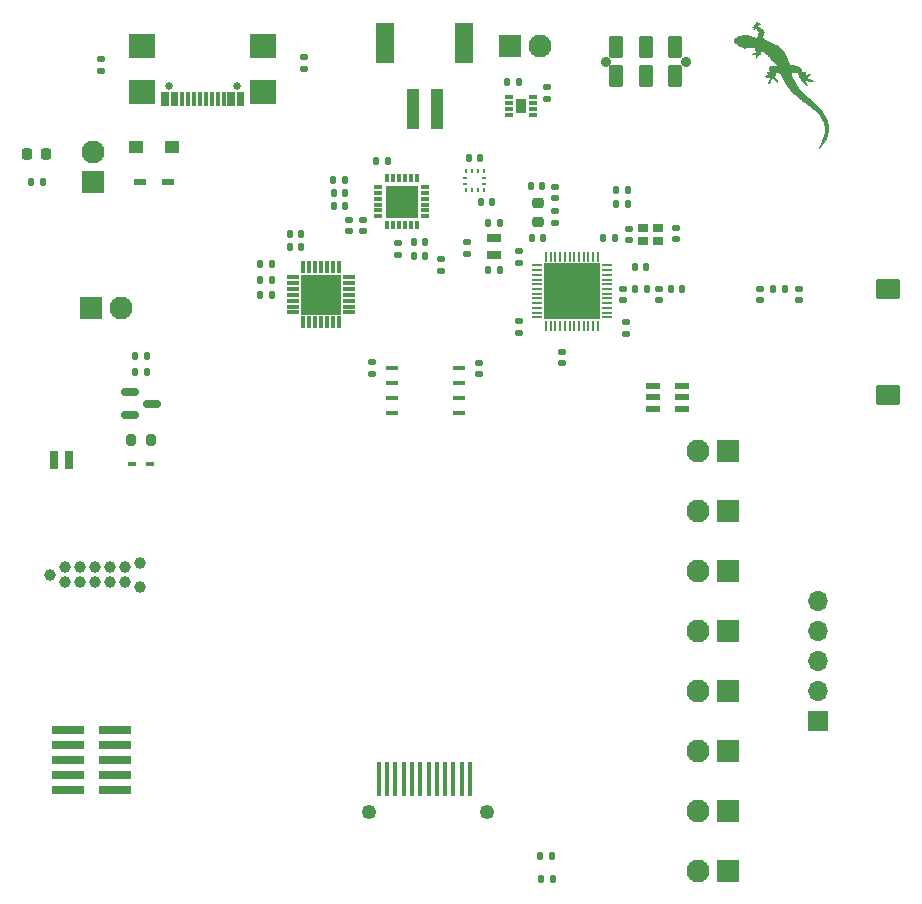
<source format=gbr>
%TF.GenerationSoftware,KiCad,Pcbnew,8.0.3*%
%TF.CreationDate,2024-06-23T22:11:50-05:00*%
%TF.ProjectId,GeckoDevelopmentBoard,4765636b-6f44-4657-9665-6c6f706d656e,rev?*%
%TF.SameCoordinates,Original*%
%TF.FileFunction,Soldermask,Top*%
%TF.FilePolarity,Negative*%
%FSLAX46Y46*%
G04 Gerber Fmt 4.6, Leading zero omitted, Abs format (unit mm)*
G04 Created by KiCad (PCBNEW 8.0.3) date 2024-06-23 22:11:50*
%MOMM*%
%LPD*%
G01*
G04 APERTURE LIST*
G04 Aperture macros list*
%AMRoundRect*
0 Rectangle with rounded corners*
0 $1 Rounding radius*
0 $2 $3 $4 $5 $6 $7 $8 $9 X,Y pos of 4 corners*
0 Add a 4 corners polygon primitive as box body*
4,1,4,$2,$3,$4,$5,$6,$7,$8,$9,$2,$3,0*
0 Add four circle primitives for the rounded corners*
1,1,$1+$1,$2,$3*
1,1,$1+$1,$4,$5*
1,1,$1+$1,$6,$7*
1,1,$1+$1,$8,$9*
0 Add four rect primitives between the rounded corners*
20,1,$1+$1,$2,$3,$4,$5,0*
20,1,$1+$1,$4,$5,$6,$7,0*
20,1,$1+$1,$6,$7,$8,$9,0*
20,1,$1+$1,$8,$9,$2,$3,0*%
G04 Aperture macros list end*
%ADD10C,0.000000*%
%ADD11R,1.240000X1.120000*%
%ADD12RoundRect,0.200000X-0.200000X-0.275000X0.200000X-0.275000X0.200000X0.275000X-0.200000X0.275000X0*%
%ADD13RoundRect,0.140000X-0.170000X0.140000X-0.170000X-0.140000X0.170000X-0.140000X0.170000X0.140000X0*%
%ADD14R,0.850000X0.750000*%
%ADD15RoundRect,0.150000X-0.587500X-0.150000X0.587500X-0.150000X0.587500X0.150000X-0.587500X0.150000X0*%
%ADD16RoundRect,0.218750X-0.218750X-0.256250X0.218750X-0.256250X0.218750X0.256250X-0.218750X0.256250X0*%
%ADD17R,0.280000X0.410000*%
%ADD18R,0.410000X0.280000*%
%ADD19R,1.700000X1.700000*%
%ADD20O,1.700000X1.700000*%
%ADD21R,1.950000X1.950000*%
%ADD22C,1.950000*%
%ADD23RoundRect,0.140000X0.170000X-0.140000X0.170000X0.140000X-0.170000X0.140000X-0.170000X-0.140000X0*%
%ADD24C,1.250000*%
%ADD25R,0.400000X3.000000*%
%ADD26RoundRect,0.140000X0.140000X0.170000X-0.140000X0.170000X-0.140000X-0.170000X0.140000X-0.170000X0*%
%ADD27RoundRect,0.135000X-0.185000X0.135000X-0.185000X-0.135000X0.185000X-0.135000X0.185000X0.135000X0*%
%ADD28RoundRect,0.135000X-0.135000X-0.185000X0.135000X-0.185000X0.135000X0.185000X-0.135000X0.185000X0*%
%ADD29RoundRect,0.218750X0.256250X-0.218750X0.256250X0.218750X-0.256250X0.218750X-0.256250X-0.218750X0*%
%ADD30R,0.750000X0.300000*%
%ADD31R,0.900000X1.300000*%
%ADD32R,1.100000X0.450000*%
%ADD33R,0.850000X0.200000*%
%ADD34R,0.200000X0.850000*%
%ADD35R,4.700000X4.700000*%
%ADD36RoundRect,0.135000X0.135000X0.185000X-0.135000X0.185000X-0.135000X-0.185000X0.135000X-0.185000X0*%
%ADD37R,0.640000X0.420000*%
%ADD38C,0.650000*%
%ADD39R,0.300000X1.150000*%
%ADD40R,2.180000X2.000000*%
%ADD41RoundRect,0.140000X-0.140000X-0.170000X0.140000X-0.170000X0.140000X0.170000X-0.140000X0.170000X0*%
%ADD42RoundRect,0.147500X-0.147500X-0.172500X0.147500X-0.172500X0.147500X0.172500X-0.147500X0.172500X0*%
%ADD43C,0.900000*%
%ADD44RoundRect,0.102000X-0.500000X-0.800000X0.500000X-0.800000X0.500000X0.800000X-0.500000X0.800000X0*%
%ADD45RoundRect,0.102000X0.500000X0.800000X-0.500000X0.800000X-0.500000X-0.800000X0.500000X-0.800000X0*%
%ADD46RoundRect,0.135000X0.185000X-0.135000X0.185000X0.135000X-0.185000X0.135000X-0.185000X-0.135000X0*%
%ADD47R,2.770000X0.650000*%
%ADD48R,0.300000X1.000000*%
%ADD49R,1.000000X0.300000*%
%ADD50R,3.350000X3.350000*%
%ADD51R,1.200000X0.550000*%
%ADD52R,1.000000X3.500000*%
%ADD53R,1.500000X3.400000*%
%ADD54R,0.800000X1.500000*%
%ADD55RoundRect,0.102000X-0.900000X0.750000X-0.900000X-0.750000X0.900000X-0.750000X0.900000X0.750000X0*%
%ADD56C,0.991000*%
%ADD57R,1.300000X0.800000*%
%ADD58R,0.800000X0.300000*%
%ADD59R,0.300000X0.800000*%
%ADD60R,2.800000X2.800000*%
%ADD61RoundRect,0.147500X0.147500X0.172500X-0.147500X0.172500X-0.147500X-0.172500X0.147500X-0.172500X0*%
%ADD62RoundRect,0.147500X-0.172500X0.147500X-0.172500X-0.147500X0.172500X-0.147500X0.172500X0.147500X0*%
%ADD63R,1.075000X0.500000*%
G04 APERTURE END LIST*
D10*
%TO.C,G\u002A\u002A\u002A*%
G36*
X120708671Y-53349121D02*
G01*
X120718427Y-53361372D01*
X120726341Y-53380067D01*
X120730419Y-53403790D01*
X120730798Y-53435338D01*
X120727610Y-53477500D01*
X120725154Y-53499781D01*
X120720257Y-53547356D01*
X120718452Y-53580625D01*
X120719727Y-53599956D01*
X120723093Y-53605677D01*
X120729825Y-53601064D01*
X120743125Y-53587898D01*
X120758098Y-53571324D01*
X120782554Y-53546161D01*
X120811513Y-53520606D01*
X120827780Y-53508086D01*
X120866729Y-53480347D01*
X120933818Y-53500462D01*
X120963989Y-53510504D01*
X120988733Y-53520593D01*
X121004414Y-53529159D01*
X121007705Y-53532352D01*
X121007522Y-53546567D01*
X120993417Y-53565121D01*
X120965727Y-53587694D01*
X120924788Y-53613967D01*
X120917963Y-53617957D01*
X120861721Y-53653533D01*
X120818608Y-53687482D01*
X120788901Y-53719416D01*
X120772884Y-53748946D01*
X120770843Y-53775681D01*
X120783053Y-53799237D01*
X120784973Y-53801302D01*
X120795109Y-53808221D01*
X120816792Y-53820624D01*
X120848055Y-53837470D01*
X120886936Y-53857717D01*
X120931468Y-53880326D01*
X120972379Y-53900659D01*
X121021746Y-53925409D01*
X121068506Y-53949691D01*
X121110363Y-53972250D01*
X121145019Y-53991823D01*
X121170181Y-54007155D01*
X121181551Y-54015210D01*
X121199492Y-54031425D01*
X121215664Y-54049912D01*
X121232602Y-54074044D01*
X121252839Y-54107192D01*
X121260342Y-54120109D01*
X121279880Y-54154742D01*
X121292941Y-54180345D01*
X121301003Y-54200610D01*
X121305549Y-54219229D01*
X121307981Y-54239053D01*
X121306419Y-54295975D01*
X121292658Y-54358905D01*
X121267159Y-54425795D01*
X121265665Y-54429033D01*
X121236581Y-54494232D01*
X121215243Y-54548752D01*
X121201218Y-54594496D01*
X121194083Y-54633364D01*
X121193407Y-54667259D01*
X121198755Y-54698083D01*
X121202334Y-54709541D01*
X121210390Y-54729604D01*
X121220596Y-54747826D01*
X121234451Y-54765468D01*
X121253462Y-54783799D01*
X121279128Y-54804077D01*
X121312950Y-54827568D01*
X121356429Y-54855535D01*
X121411069Y-54889241D01*
X121428402Y-54899778D01*
X121495619Y-54940478D01*
X121551720Y-54974210D01*
X121598383Y-55001838D01*
X121637291Y-55024228D01*
X121670122Y-55042247D01*
X121698557Y-55056759D01*
X121724275Y-55068629D01*
X121748955Y-55078721D01*
X121774277Y-55087907D01*
X121801923Y-55097045D01*
X121826025Y-55104651D01*
X121937782Y-55141540D01*
X122038161Y-55179183D01*
X122130756Y-55219248D01*
X122219164Y-55263395D01*
X122306981Y-55313290D01*
X122390707Y-55365939D01*
X122530192Y-55462538D01*
X122656437Y-55561388D01*
X122771186Y-55664054D01*
X122876185Y-55772095D01*
X122973180Y-55887068D01*
X122973438Y-55887397D01*
X123027992Y-55959298D01*
X123076610Y-56029216D01*
X123120369Y-56099337D01*
X123160338Y-56171841D01*
X123197595Y-56248904D01*
X123233216Y-56332708D01*
X123268274Y-56425434D01*
X123303842Y-56529262D01*
X123329815Y-56610331D01*
X123357746Y-56696803D01*
X123383567Y-56770679D01*
X123408106Y-56834078D01*
X123432187Y-56889117D01*
X123456637Y-56937914D01*
X123460485Y-56945005D01*
X123475439Y-56971810D01*
X123488073Y-56990992D01*
X123501336Y-57004196D01*
X123518173Y-57013060D01*
X123541532Y-57019228D01*
X123574357Y-57024344D01*
X123611177Y-57029003D01*
X123747312Y-57048183D01*
X123869874Y-57070397D01*
X123980058Y-57096041D01*
X124079061Y-57125505D01*
X124168080Y-57159186D01*
X124248308Y-57197477D01*
X124320945Y-57240772D01*
X124377143Y-57281436D01*
X124407719Y-57310364D01*
X124435666Y-57347516D01*
X124461817Y-57394456D01*
X124487002Y-57452739D01*
X124512049Y-57523928D01*
X124520309Y-57550135D01*
X124544471Y-57625921D01*
X124566096Y-57687851D01*
X124585535Y-57736797D01*
X124603137Y-57773624D01*
X124619246Y-57799203D01*
X124620637Y-57800984D01*
X124640558Y-57826004D01*
X124646503Y-57773085D01*
X124653946Y-57726262D01*
X124664638Y-57685656D01*
X124677594Y-57654353D01*
X124689592Y-57637428D01*
X124711093Y-57623676D01*
X124737920Y-57620714D01*
X124765504Y-57625786D01*
X124791719Y-57637847D01*
X124811089Y-57658779D01*
X124823893Y-57689614D01*
X124830411Y-57731382D01*
X124830920Y-57785108D01*
X124826045Y-57848650D01*
X124822916Y-57881356D01*
X124820978Y-57908393D01*
X124820433Y-57926362D01*
X124821022Y-57931776D01*
X124828809Y-57931243D01*
X124846061Y-57919870D01*
X124872285Y-57898044D01*
X124906999Y-57866162D01*
X124930387Y-57843649D01*
X124997502Y-57786022D01*
X125043078Y-57755504D01*
X125100362Y-57721419D01*
X125161896Y-57755189D01*
X125188879Y-57770237D01*
X125210344Y-57782660D01*
X125223257Y-57790680D01*
X125225604Y-57792544D01*
X125227891Y-57802947D01*
X125222860Y-57816612D01*
X125209448Y-57834909D01*
X125186590Y-57859216D01*
X125153227Y-57890916D01*
X125141455Y-57901670D01*
X125078133Y-57962240D01*
X125028407Y-58016695D01*
X124992215Y-58065130D01*
X124969495Y-58107641D01*
X124960185Y-58144316D01*
X124962865Y-58171298D01*
X124966617Y-58179857D01*
X124973543Y-58186746D01*
X124986084Y-58192973D01*
X125006683Y-58199542D01*
X125037784Y-58207457D01*
X125067705Y-58214477D01*
X125138393Y-58230963D01*
X125196501Y-58245207D01*
X125244100Y-58258206D01*
X125283257Y-58270957D01*
X125316043Y-58284461D01*
X125344526Y-58299713D01*
X125370777Y-58317712D01*
X125396862Y-58339455D01*
X125424852Y-58365942D01*
X125456817Y-58398170D01*
X125464117Y-58405645D01*
X125470981Y-58416098D01*
X125468779Y-58425416D01*
X125456252Y-58434299D01*
X125432149Y-58443447D01*
X125395211Y-58453564D01*
X125365895Y-58460495D01*
X125315451Y-58471756D01*
X125276087Y-58479377D01*
X125244284Y-58483180D01*
X125216525Y-58482984D01*
X125189289Y-58478612D01*
X125159058Y-58469882D01*
X125122317Y-58456614D01*
X125096572Y-58446744D01*
X125015323Y-58417557D01*
X124945961Y-58397278D01*
X124888513Y-58385912D01*
X124843005Y-58383457D01*
X124809470Y-58389913D01*
X124787929Y-58405280D01*
X124778415Y-58429555D01*
X124778696Y-58450146D01*
X124783421Y-58468222D01*
X124794138Y-58485001D01*
X124813044Y-58502834D01*
X124842340Y-58524069D01*
X124856984Y-58533731D01*
X124875972Y-58547750D01*
X124889887Y-58563536D01*
X124902873Y-58586282D01*
X124908664Y-58598332D01*
X124921077Y-58628460D01*
X124931295Y-58659567D01*
X124935791Y-58678301D01*
X124939629Y-58696903D01*
X124945020Y-58710714D01*
X124954683Y-58723908D01*
X124971339Y-58740659D01*
X124984270Y-58752719D01*
X125009755Y-58778323D01*
X125023269Y-58797872D01*
X125025461Y-58813428D01*
X125016975Y-58827055D01*
X125009557Y-58833324D01*
X124996109Y-58839206D01*
X124976458Y-58839540D01*
X124946962Y-58834321D01*
X124942465Y-58833294D01*
X124919361Y-58827562D01*
X124899276Y-58821195D01*
X124880829Y-58812960D01*
X124862646Y-58801620D01*
X124843349Y-58785939D01*
X124821563Y-58764681D01*
X124795911Y-58736613D01*
X124765014Y-58700496D01*
X124727498Y-58655094D01*
X124682850Y-58600240D01*
X124649818Y-58560837D01*
X124613198Y-58519296D01*
X124576829Y-58479845D01*
X124544553Y-58446719D01*
X124535831Y-58438254D01*
X124487689Y-58392112D01*
X124448902Y-58354080D01*
X124417753Y-58322156D01*
X124392516Y-58294337D01*
X124371473Y-58268619D01*
X124352900Y-58242996D01*
X124335076Y-58215467D01*
X124316282Y-58184025D01*
X124313851Y-58179843D01*
X124295374Y-58147309D01*
X124279959Y-58118115D01*
X124266227Y-58089055D01*
X124252796Y-58056919D01*
X124238285Y-58018500D01*
X124221313Y-57970591D01*
X124211479Y-57942099D01*
X124192121Y-57887357D01*
X124173367Y-57837408D01*
X124156239Y-57794820D01*
X124141755Y-57762153D01*
X124133514Y-57746176D01*
X124107090Y-57700409D01*
X123985218Y-57710612D01*
X123887020Y-57718236D01*
X123803515Y-57723431D01*
X123734732Y-57726195D01*
X123680706Y-57726529D01*
X123664807Y-57726052D01*
X123639241Y-57725566D01*
X123619742Y-57726316D01*
X123611479Y-57727824D01*
X123608552Y-57731298D01*
X123607485Y-57738678D01*
X123608580Y-57751909D01*
X123612137Y-57772936D01*
X123618452Y-57803702D01*
X123627824Y-57846154D01*
X123633667Y-57871985D01*
X123655617Y-57968643D01*
X123751824Y-58135280D01*
X123790928Y-58203956D01*
X123823656Y-58263751D01*
X123851892Y-58318306D01*
X123877514Y-58371269D01*
X123902404Y-58426282D01*
X123904664Y-58431437D01*
X123941883Y-58511191D01*
X123985668Y-58596042D01*
X124034029Y-58682631D01*
X124084967Y-58767601D01*
X124136489Y-58847594D01*
X124186600Y-58919251D01*
X124221657Y-58965006D01*
X124260252Y-59012645D01*
X124296992Y-59057129D01*
X124332796Y-59099359D01*
X124368581Y-59140248D01*
X124405263Y-59180700D01*
X124443760Y-59221622D01*
X124484990Y-59263918D01*
X124529866Y-59308497D01*
X124579310Y-59356265D01*
X124634240Y-59408125D01*
X124695571Y-59464988D01*
X124764219Y-59527757D01*
X124841104Y-59597340D01*
X124927142Y-59674644D01*
X125023249Y-59760573D01*
X125059944Y-59793308D01*
X125200175Y-59919088D01*
X125329413Y-60036624D01*
X125448550Y-60146831D01*
X125558487Y-60250620D01*
X125660114Y-60348899D01*
X125754327Y-60442585D01*
X125842020Y-60532585D01*
X125924089Y-60619813D01*
X126001427Y-60705180D01*
X126074928Y-60789596D01*
X126145488Y-60873972D01*
X126214003Y-60959222D01*
X126251170Y-61006853D01*
X126273003Y-61035417D01*
X126292618Y-61061940D01*
X126311216Y-61088309D01*
X126330002Y-61116412D01*
X126350169Y-61148136D01*
X126372921Y-61185369D01*
X126399455Y-61229999D01*
X126430975Y-61283914D01*
X126468677Y-61349000D01*
X126468686Y-61349016D01*
X126505449Y-61412772D01*
X126535548Y-61465359D01*
X126559902Y-61508555D01*
X126579434Y-61544130D01*
X126595065Y-61573869D01*
X126607715Y-61599539D01*
X126618306Y-61622920D01*
X126627760Y-61645786D01*
X126637000Y-61669912D01*
X126641413Y-61681882D01*
X126670941Y-61766568D01*
X126694158Y-61843366D01*
X126712192Y-61917250D01*
X126726165Y-61993196D01*
X126737203Y-62076181D01*
X126742812Y-62130639D01*
X126754338Y-62322154D01*
X126752172Y-62508258D01*
X126736250Y-62689819D01*
X126706503Y-62867705D01*
X126677071Y-62991811D01*
X126657084Y-63063615D01*
X126636740Y-63129182D01*
X126615103Y-63190254D01*
X126591225Y-63248580D01*
X126564170Y-63305903D01*
X126532995Y-63363971D01*
X126496761Y-63424528D01*
X126454526Y-63489323D01*
X126405347Y-63560099D01*
X126348287Y-63638601D01*
X126282401Y-63726575D01*
X126277641Y-63732860D01*
X126244028Y-63778388D01*
X126206210Y-63831529D01*
X126167799Y-63887088D01*
X126132409Y-63939873D01*
X126115530Y-63965859D01*
X126088125Y-64008477D01*
X126067060Y-64040416D01*
X126050676Y-64063693D01*
X126037321Y-64080328D01*
X126025342Y-64092337D01*
X126013083Y-64101740D01*
X125998890Y-64110554D01*
X125995122Y-64112742D01*
X125972436Y-64124627D01*
X125954476Y-64131829D01*
X125945711Y-64132862D01*
X125938721Y-64120686D01*
X125937817Y-64095286D01*
X125942960Y-64057129D01*
X125954103Y-64006683D01*
X125959373Y-63986348D01*
X125967392Y-63957402D01*
X125976138Y-63928139D01*
X125986127Y-63897212D01*
X125997872Y-63863280D01*
X126011885Y-63824995D01*
X126028683Y-63781017D01*
X126048777Y-63730000D01*
X126072683Y-63670602D01*
X126100910Y-63601477D01*
X126133977Y-63521284D01*
X126172393Y-63428674D01*
X126173756Y-63425401D01*
X126208999Y-63340490D01*
X126238962Y-63267897D01*
X126264201Y-63206115D01*
X126285276Y-63153639D01*
X126302744Y-63108970D01*
X126317165Y-63070599D01*
X126329094Y-63037027D01*
X126339093Y-63006746D01*
X126347717Y-62978251D01*
X126355526Y-62950044D01*
X126363078Y-62920614D01*
X126366946Y-62904918D01*
X126395987Y-62754423D01*
X126410391Y-62601527D01*
X126410259Y-62446663D01*
X126395686Y-62290271D01*
X126366767Y-62132790D01*
X126323601Y-61974650D01*
X126266284Y-61816290D01*
X126194918Y-61658148D01*
X126109590Y-61500660D01*
X126025068Y-61365994D01*
X125981474Y-61301999D01*
X125942207Y-61247515D01*
X125904352Y-61198920D01*
X125864981Y-61152595D01*
X125821169Y-61104912D01*
X125779971Y-61062351D01*
X125726868Y-61009370D01*
X125673461Y-60958137D01*
X125618641Y-60907780D01*
X125561296Y-60857427D01*
X125500321Y-60806200D01*
X125434606Y-60753228D01*
X125363042Y-60697634D01*
X125284523Y-60638550D01*
X125197939Y-60575099D01*
X125102180Y-60506403D01*
X124996140Y-60431596D01*
X124878712Y-60349798D01*
X124857680Y-60335235D01*
X124779219Y-60280866D01*
X124711510Y-60233736D01*
X124652910Y-60192638D01*
X124601775Y-60156362D01*
X124556457Y-60123701D01*
X124515313Y-60093444D01*
X124476696Y-60064384D01*
X124438965Y-60035313D01*
X124400470Y-60005020D01*
X124359569Y-59972301D01*
X124319055Y-59939547D01*
X124166742Y-59813762D01*
X124026424Y-59693060D01*
X123896624Y-59575929D01*
X123775866Y-59460859D01*
X123662671Y-59346333D01*
X123555560Y-59230845D01*
X123453057Y-59112876D01*
X123353683Y-58990916D01*
X123255959Y-58863453D01*
X123220520Y-58815409D01*
X123169747Y-58742302D01*
X123115408Y-58657462D01*
X123058869Y-58563321D01*
X123001510Y-58462310D01*
X122944707Y-58356859D01*
X122889832Y-58249404D01*
X122838262Y-58142372D01*
X122830903Y-58126518D01*
X122805192Y-58071036D01*
X122779575Y-58016114D01*
X122755270Y-57964335D01*
X122733494Y-57918285D01*
X122715461Y-57880542D01*
X122702390Y-57853691D01*
X122701761Y-57852423D01*
X122665779Y-57780071D01*
X122605101Y-57765308D01*
X122575642Y-57757214D01*
X122536640Y-57745182D01*
X122492555Y-57730652D01*
X122447852Y-57715067D01*
X122434333Y-57710161D01*
X122392526Y-57695150D01*
X122352063Y-57681201D01*
X122316672Y-57669560D01*
X122290080Y-57661472D01*
X122282669Y-57659492D01*
X122258769Y-57654267D01*
X122245527Y-57653897D01*
X122239275Y-57658740D01*
X122237445Y-57663947D01*
X122236418Y-57676390D01*
X122236031Y-57700780D01*
X122236278Y-57734075D01*
X122237153Y-57773231D01*
X122237760Y-57792288D01*
X122239381Y-57842932D01*
X122240054Y-57882385D01*
X122239512Y-57914438D01*
X122237483Y-57942885D01*
X122233698Y-57971522D01*
X122227894Y-58004141D01*
X122219962Y-58043731D01*
X122203424Y-58124491D01*
X122243445Y-58155631D01*
X122271110Y-58175565D01*
X122304694Y-58197530D01*
X122335910Y-58216185D01*
X122359873Y-58230350D01*
X122377913Y-58243866D01*
X122391547Y-58259412D01*
X122402289Y-58279670D01*
X122411655Y-58307318D01*
X122421161Y-58345039D01*
X122429213Y-58381168D01*
X122439849Y-58433289D01*
X122445851Y-58472575D01*
X122446934Y-58500550D01*
X122442815Y-58518732D01*
X122433213Y-58528650D01*
X122417837Y-58531825D01*
X122401409Y-58530563D01*
X122372690Y-58520010D01*
X122339177Y-58496408D01*
X122301732Y-58460605D01*
X122261215Y-58413452D01*
X122218489Y-58355792D01*
X122207205Y-58339303D01*
X122169978Y-58288463D01*
X122135326Y-58251161D01*
X122101725Y-58226499D01*
X122067650Y-58213585D01*
X122031577Y-58211521D01*
X121999449Y-58217297D01*
X121959402Y-58235130D01*
X121925030Y-58264144D01*
X121911875Y-58281236D01*
X121905121Y-58294962D01*
X121894973Y-58319800D01*
X121882649Y-58352578D01*
X121869371Y-58390131D01*
X121865171Y-58402493D01*
X121851222Y-58441965D01*
X121837057Y-58478632D01*
X121824118Y-58508977D01*
X121813850Y-58529472D01*
X121811748Y-58532823D01*
X121777071Y-58575219D01*
X121733937Y-58615331D01*
X121688507Y-58647475D01*
X121686365Y-58648724D01*
X121662460Y-58661577D01*
X121646956Y-58666880D01*
X121635964Y-58665689D01*
X121631749Y-58663501D01*
X121618015Y-58647173D01*
X121615121Y-58621635D01*
X121623036Y-58586345D01*
X121627145Y-58574755D01*
X121635763Y-58543317D01*
X121641166Y-58506922D01*
X121642159Y-58484865D01*
X121642556Y-58450255D01*
X121645681Y-58422548D01*
X121652946Y-58397393D01*
X121665764Y-58370445D01*
X121685548Y-58337356D01*
X121694829Y-58322826D01*
X121722014Y-58276453D01*
X121744245Y-58230183D01*
X121760401Y-58186981D01*
X121769351Y-58149821D01*
X121770275Y-58123640D01*
X121766479Y-58105851D01*
X121758596Y-58097279D01*
X121747569Y-58093470D01*
X121732071Y-58093129D01*
X121706450Y-58096410D01*
X121674974Y-58102668D01*
X121656714Y-58107147D01*
X121622321Y-58115595D01*
X121590038Y-58122502D01*
X121564820Y-58126852D01*
X121556566Y-58127740D01*
X121532567Y-58125038D01*
X121500807Y-58115585D01*
X121464437Y-58101003D01*
X121426607Y-58082914D01*
X121390466Y-58062937D01*
X121359166Y-58042696D01*
X121335860Y-58023809D01*
X121323714Y-58007942D01*
X121321575Y-57996346D01*
X121327341Y-57985375D01*
X121343309Y-57971019D01*
X121346033Y-57968865D01*
X121368522Y-57949109D01*
X121389465Y-57927390D01*
X121394536Y-57921295D01*
X121419075Y-57896247D01*
X121447335Y-57880407D01*
X121481637Y-57873307D01*
X121524302Y-57874482D01*
X121577643Y-57883465D01*
X121580106Y-57883996D01*
X121627834Y-57893106D01*
X121666747Y-57897953D01*
X121695238Y-57898444D01*
X121711693Y-57894488D01*
X121714541Y-57891645D01*
X121715056Y-57884351D01*
X121709218Y-57873840D01*
X121695813Y-57858854D01*
X121673630Y-57838134D01*
X121641456Y-57810417D01*
X121615505Y-57788792D01*
X121573519Y-57753032D01*
X121542455Y-57723791D01*
X121520783Y-57699215D01*
X121506969Y-57677462D01*
X121499480Y-57656688D01*
X121497720Y-57646803D01*
X121498287Y-57617861D01*
X121509065Y-57598499D01*
X121530625Y-57588416D01*
X121563541Y-57587315D01*
X121600579Y-57593155D01*
X121633312Y-57604483D01*
X121661833Y-57624612D01*
X121688563Y-57655679D01*
X121710250Y-57689776D01*
X121723666Y-57710589D01*
X121735525Y-57724836D01*
X121741947Y-57729018D01*
X121752067Y-57724439D01*
X121757991Y-57709454D01*
X121759707Y-57683290D01*
X121757197Y-57645179D01*
X121750446Y-57594347D01*
X121739436Y-57530022D01*
X121737420Y-57519180D01*
X121724385Y-57445039D01*
X121715690Y-57383258D01*
X121711368Y-57331828D01*
X121711445Y-57288738D01*
X121715954Y-57251980D01*
X121724926Y-57219542D01*
X121738387Y-57189416D01*
X121742462Y-57182000D01*
X121769390Y-57145336D01*
X121803309Y-57119592D01*
X121846710Y-57103195D01*
X121875451Y-57097601D01*
X121916533Y-57092627D01*
X121968548Y-57087939D01*
X122027431Y-57083752D01*
X122089112Y-57080291D01*
X122149524Y-57077781D01*
X122204599Y-57076444D01*
X122250268Y-57076503D01*
X122257221Y-57076679D01*
X122290121Y-57077323D01*
X122317413Y-57077195D01*
X122335623Y-57076348D01*
X122341118Y-57075352D01*
X122344685Y-57065312D01*
X122339929Y-57046278D01*
X122328234Y-57020698D01*
X122310985Y-56991013D01*
X122289564Y-56959675D01*
X122265353Y-56929128D01*
X122247059Y-56909083D01*
X122221759Y-56885318D01*
X122189267Y-56857746D01*
X122154918Y-56830812D01*
X122139034Y-56819195D01*
X122080865Y-56774361D01*
X122021678Y-56721464D01*
X121960282Y-56659272D01*
X121895485Y-56586543D01*
X121826100Y-56502045D01*
X121791157Y-56457382D01*
X121738858Y-56391595D01*
X121687712Y-56331763D01*
X121635910Y-56276295D01*
X121581636Y-56223600D01*
X121523082Y-56172080D01*
X121458435Y-56120144D01*
X121385882Y-56066196D01*
X121303611Y-56008648D01*
X121209810Y-55945905D01*
X121208390Y-55944970D01*
X121148349Y-55905751D01*
X121099515Y-55874505D01*
X121060782Y-55850635D01*
X121031030Y-55833556D01*
X121009149Y-55822676D01*
X120994028Y-55817408D01*
X120984550Y-55817161D01*
X120979606Y-55821347D01*
X120978826Y-55823430D01*
X120979517Y-55834478D01*
X120983592Y-55857276D01*
X120990475Y-55889107D01*
X120999592Y-55927254D01*
X121006577Y-55954660D01*
X121020803Y-56010371D01*
X121031031Y-56053945D01*
X121037551Y-56087617D01*
X121040662Y-56113633D01*
X121040648Y-56134224D01*
X121037811Y-56151633D01*
X121033992Y-56163980D01*
X121025199Y-56181417D01*
X121011730Y-56194366D01*
X120991216Y-56203784D01*
X120961285Y-56210635D01*
X120919559Y-56215873D01*
X120901596Y-56217515D01*
X120866375Y-56221046D01*
X120840641Y-56225576D01*
X120818898Y-56232729D01*
X120795643Y-56244136D01*
X120777904Y-56254144D01*
X120744282Y-56275110D01*
X120721689Y-56294501D01*
X120707286Y-56316494D01*
X120698247Y-56345254D01*
X120692407Y-56379955D01*
X120683868Y-56421186D01*
X120670914Y-56457896D01*
X120654998Y-56487126D01*
X120637581Y-56505914D01*
X120628152Y-56510651D01*
X120609168Y-56510464D01*
X120592776Y-56504184D01*
X120576754Y-56497507D01*
X120565865Y-56497833D01*
X120557468Y-56499796D01*
X120553013Y-56493065D01*
X120552611Y-56476613D01*
X120556374Y-56449407D01*
X120564412Y-56410421D01*
X120576836Y-56358626D01*
X120583778Y-56331283D01*
X120596796Y-56280033D01*
X120606165Y-56241139D01*
X120612205Y-56212488D01*
X120615227Y-56191966D01*
X120615549Y-56177461D01*
X120613486Y-56166861D01*
X120609613Y-56158491D01*
X120596067Y-56141167D01*
X120579075Y-56132924D01*
X120556158Y-56133620D01*
X120524837Y-56143120D01*
X120502131Y-56152482D01*
X120472008Y-56164666D01*
X120443729Y-56174420D01*
X120422700Y-56179912D01*
X120420256Y-56180287D01*
X120399249Y-56181498D01*
X120369220Y-56181444D01*
X120334243Y-56180342D01*
X120298389Y-56178406D01*
X120265729Y-56175853D01*
X120240337Y-56172897D01*
X120227067Y-56170070D01*
X120218192Y-56165397D01*
X120215645Y-56158850D01*
X120220508Y-56148659D01*
X120233875Y-56133061D01*
X120256830Y-56110282D01*
X120273700Y-56094275D01*
X120313872Y-56057513D01*
X120346835Y-56030645D01*
X120375472Y-56012453D01*
X120402648Y-56001716D01*
X120431242Y-55997221D01*
X120464131Y-55997747D01*
X120494281Y-56000818D01*
X120535014Y-56003718D01*
X120564027Y-56000447D01*
X120583509Y-55990467D01*
X120594178Y-55976367D01*
X120597313Y-55968978D01*
X120598240Y-55961074D01*
X120596144Y-55950498D01*
X120590208Y-55935087D01*
X120579612Y-55912677D01*
X120563541Y-55881109D01*
X120543848Y-55843328D01*
X120521520Y-55800253D01*
X120505186Y-55767348D01*
X120493655Y-55741619D01*
X120485737Y-55720063D01*
X120480241Y-55699681D01*
X120475984Y-55677471D01*
X120474534Y-55668508D01*
X120469378Y-55638940D01*
X120464194Y-55614506D01*
X120459924Y-55599516D01*
X120459097Y-55597730D01*
X120444462Y-55586139D01*
X120416667Y-55577470D01*
X120377266Y-55571731D01*
X120327814Y-55568926D01*
X120269869Y-55569058D01*
X120204983Y-55572129D01*
X120134714Y-55578150D01*
X120060616Y-55587119D01*
X119999290Y-55596476D01*
X119907661Y-55611583D01*
X119830425Y-55623913D01*
X119767655Y-55633457D01*
X119719426Y-55640201D01*
X119685816Y-55644135D01*
X119673335Y-55645112D01*
X119629443Y-55641230D01*
X119577400Y-55625398D01*
X119517010Y-55597538D01*
X119448082Y-55557570D01*
X119442608Y-55554112D01*
X119394858Y-55524698D01*
X119356690Y-55503611D01*
X119325812Y-55489999D01*
X119299940Y-55483011D01*
X119276784Y-55481798D01*
X119256422Y-55484928D01*
X119230907Y-55487267D01*
X119200064Y-55485103D01*
X119182894Y-55481849D01*
X119143556Y-55466811D01*
X119111284Y-55441873D01*
X119083163Y-55404674D01*
X119079017Y-55397712D01*
X119070738Y-55385596D01*
X119058959Y-55372974D01*
X119041822Y-55358391D01*
X119017469Y-55340386D01*
X118984044Y-55317503D01*
X118939690Y-55288281D01*
X118939129Y-55287914D01*
X118863296Y-55235973D01*
X118801207Y-55187646D01*
X118752271Y-55142113D01*
X118715898Y-55098557D01*
X118691499Y-55056158D01*
X118678483Y-55014098D01*
X118676262Y-54971558D01*
X118683024Y-54932113D01*
X118697910Y-54895964D01*
X118723562Y-54859845D01*
X118760705Y-54823160D01*
X118810061Y-54785313D01*
X118872357Y-54745712D01*
X118948315Y-54703757D01*
X118981243Y-54686907D01*
X119019917Y-54667252D01*
X119047594Y-54652407D01*
X119066815Y-54640714D01*
X119080121Y-54630517D01*
X119090054Y-54620163D01*
X119096450Y-54611806D01*
X119122869Y-54584550D01*
X119156811Y-54562658D01*
X119192670Y-54549330D01*
X119210569Y-54546825D01*
X119233732Y-54547959D01*
X119263808Y-54552093D01*
X119286875Y-54556696D01*
X119306766Y-54561066D01*
X119322752Y-54563085D01*
X119338296Y-54562148D01*
X119356858Y-54557655D01*
X119381899Y-54549006D01*
X119416883Y-54535593D01*
X119423843Y-54532884D01*
X119484727Y-54509796D01*
X119534951Y-54492721D01*
X119577507Y-54481433D01*
X119615388Y-54475714D01*
X119651580Y-54475344D01*
X119689075Y-54480100D01*
X119730860Y-54489761D01*
X119779930Y-54504106D01*
X119786288Y-54506081D01*
X119829221Y-54518947D01*
X119863214Y-54527412D01*
X119893420Y-54532238D01*
X119924982Y-54534186D01*
X119963056Y-54534017D01*
X119973413Y-54533755D01*
X120022178Y-54533708D01*
X120066837Y-54536931D01*
X120110095Y-54544185D01*
X120154648Y-54556227D01*
X120203199Y-54573818D01*
X120258446Y-54597719D01*
X120323089Y-54628687D01*
X120338962Y-54636586D01*
X120384784Y-54659075D01*
X120429579Y-54680285D01*
X120470366Y-54698860D01*
X120504155Y-54713440D01*
X120527952Y-54722669D01*
X120529994Y-54723353D01*
X120580350Y-54739755D01*
X120621654Y-54715908D01*
X120667756Y-54685467D01*
X120703025Y-54654047D01*
X120725815Y-54623213D01*
X120730843Y-54612035D01*
X120736033Y-54593446D01*
X120742429Y-54564227D01*
X120749168Y-54528601D01*
X120754604Y-54495894D01*
X120762498Y-54452065D01*
X120772734Y-54405161D01*
X120783752Y-54361984D01*
X120790520Y-54339361D01*
X120812740Y-54271190D01*
X120711286Y-54127770D01*
X120681872Y-54086626D01*
X120654654Y-54049380D01*
X120631026Y-54017867D01*
X120612383Y-53993936D01*
X120600114Y-53979425D01*
X120596506Y-53976072D01*
X120584504Y-53972356D01*
X120566677Y-53973619D01*
X120541096Y-53980355D01*
X120505828Y-53993060D01*
X120464784Y-54009766D01*
X120422048Y-54027273D01*
X120391751Y-54037887D01*
X120372710Y-54040995D01*
X120363736Y-54035982D01*
X120363645Y-54022233D01*
X120371251Y-53999135D01*
X120384449Y-53968140D01*
X120395972Y-53940783D01*
X120404164Y-53918723D01*
X120407780Y-53905426D01*
X120407669Y-53903339D01*
X120399311Y-53901970D01*
X120380783Y-53903883D01*
X120361151Y-53907601D01*
X120316573Y-53912397D01*
X120279422Y-53906234D01*
X120251033Y-53890130D01*
X120232742Y-53865098D01*
X120225886Y-53832152D01*
X120228254Y-53806658D01*
X120231183Y-53797431D01*
X120237922Y-53791854D01*
X120252193Y-53788305D01*
X120277513Y-53785183D01*
X120311224Y-53782696D01*
X120346768Y-53781791D01*
X120364416Y-53782149D01*
X120388382Y-53782556D01*
X120406166Y-53781552D01*
X120411978Y-53780206D01*
X120416329Y-53771046D01*
X120419803Y-53752163D01*
X120420856Y-53740507D01*
X120430189Y-53692921D01*
X120452328Y-53652568D01*
X120487945Y-53618282D01*
X120493547Y-53614246D01*
X120515337Y-53598040D01*
X120532475Y-53583503D01*
X120540127Y-53575237D01*
X120544502Y-53562492D01*
X120549271Y-53539301D01*
X120553549Y-53510162D01*
X120554362Y-53503157D01*
X120563577Y-53454068D01*
X120580402Y-53415079D01*
X120606932Y-53382336D01*
X120630974Y-53362128D01*
X120661733Y-53344348D01*
X120687890Y-53340010D01*
X120708671Y-53349121D01*
G37*
%TD*%
D11*
%TO.C,D200*%
X68100000Y-64000000D03*
X71100000Y-64000000D03*
%TD*%
D12*
%TO.C,R101*%
X67705000Y-88795000D03*
X69355000Y-88795000D03*
%TD*%
D13*
%TO.C,C26*%
X109340000Y-76000000D03*
X109340000Y-76960000D03*
%TD*%
D14*
%TO.C,Y2*%
X112325000Y-70875000D03*
X110975000Y-70875000D03*
X110975000Y-71925000D03*
X112325000Y-71925000D03*
%TD*%
D15*
%TO.C,Q100*%
X67562500Y-84745000D03*
X67562500Y-86645000D03*
X69437500Y-85695000D03*
%TD*%
D16*
%TO.C,D202*%
X58872500Y-64600000D03*
X60447500Y-64600000D03*
%TD*%
D17*
%TO.C,U102*%
X96025000Y-67638330D03*
X96525000Y-67638330D03*
X97025000Y-67638330D03*
X97525000Y-67638330D03*
D18*
X97590000Y-67073330D03*
X97590000Y-66573330D03*
D17*
X97525000Y-66008330D03*
X97025000Y-66008330D03*
X96525000Y-66008330D03*
X96025000Y-66008330D03*
D18*
X95960000Y-66573330D03*
X95960000Y-67073330D03*
%TD*%
D19*
%TO.C,J202*%
X125860000Y-112540000D03*
D20*
X125860000Y-110000000D03*
X125860000Y-107460000D03*
X125860000Y-104920000D03*
X125860000Y-102380000D03*
%TD*%
D21*
%TO.C,JP104*%
X118240000Y-115075000D03*
D22*
X115700000Y-115075000D03*
%TD*%
D21*
%TO.C,JP201*%
X118240000Y-125235000D03*
D22*
X115700000Y-125235000D03*
%TD*%
D23*
%TO.C,C12*%
X100500000Y-73780000D03*
X100500000Y-72820000D03*
%TD*%
D13*
%TO.C,C201*%
X87300000Y-70120000D03*
X87300000Y-71080000D03*
%TD*%
D24*
%TO.C,U101*%
X87810000Y-120250000D03*
X97815424Y-120251527D03*
D25*
X96360000Y-117500000D03*
X95660000Y-117500000D03*
X94960000Y-117500000D03*
X94260000Y-117500000D03*
X93560000Y-117500000D03*
X92860000Y-117500000D03*
X92160000Y-117500000D03*
X91460000Y-117500000D03*
X90760000Y-117500000D03*
X90060000Y-117500000D03*
X89360000Y-117500000D03*
X88660000Y-117500000D03*
%TD*%
D26*
%TO.C,C205*%
X92580000Y-73200000D03*
X91620000Y-73200000D03*
%TD*%
%TO.C,C103*%
X97230000Y-64900000D03*
X96270000Y-64900000D03*
%TD*%
D27*
%TO.C,R203*%
X65100000Y-56490000D03*
X65100000Y-57510000D03*
%TD*%
D13*
%TO.C,C30*%
X124190000Y-76000000D03*
X124190000Y-76960000D03*
%TD*%
D28*
%TO.C,R201*%
X108690000Y-67600000D03*
X109710000Y-67600000D03*
%TD*%
D29*
%TO.C,L1*%
X102100000Y-70287500D03*
X102100000Y-68712500D03*
%TD*%
D30*
%TO.C,IC200*%
X101700000Y-61250000D03*
X101700000Y-60750000D03*
X101700000Y-60250000D03*
X101700000Y-59750000D03*
X99700000Y-59750000D03*
X99700000Y-60250000D03*
X99700000Y-60750000D03*
X99700000Y-61250000D03*
D31*
X100700000Y-60500000D03*
%TD*%
D32*
%TO.C,U100*%
X89800000Y-82695000D03*
X89800000Y-83965000D03*
X89800000Y-85235000D03*
X89800000Y-86505000D03*
X95400000Y-86505000D03*
X95400000Y-85235000D03*
X95400000Y-83965000D03*
X95400000Y-82695000D03*
%TD*%
D26*
%TO.C,C8*%
X98880000Y-74400000D03*
X97920000Y-74400000D03*
%TD*%
D33*
%TO.C,U1*%
X102050000Y-74000000D03*
X102050000Y-74400000D03*
X102050000Y-74800000D03*
X102050000Y-75200000D03*
X102050000Y-75600000D03*
X102050000Y-76000000D03*
X102050000Y-76400000D03*
X102050000Y-76800000D03*
X102050000Y-77200000D03*
X102050000Y-77600000D03*
X102050000Y-78000000D03*
X102050000Y-78400000D03*
D34*
X102800000Y-79150000D03*
X103200000Y-79150000D03*
X103600000Y-79150000D03*
X104000000Y-79150000D03*
X104400000Y-79150000D03*
X104800000Y-79150000D03*
X105200000Y-79150000D03*
X105600000Y-79150000D03*
X106000000Y-79150000D03*
X106400000Y-79150000D03*
X106800000Y-79150000D03*
X107200000Y-79150000D03*
D33*
X107950000Y-78400000D03*
X107950000Y-78000000D03*
X107950000Y-77600000D03*
X107950000Y-77200000D03*
X107950000Y-76800000D03*
X107950000Y-76400000D03*
X107950000Y-76000000D03*
X107950000Y-75600000D03*
X107950000Y-75200000D03*
X107950000Y-74800000D03*
X107950000Y-74400000D03*
X107950000Y-74000000D03*
D34*
X107200000Y-73250000D03*
X106800000Y-73250000D03*
X106400000Y-73250000D03*
X106000000Y-73250000D03*
X105600000Y-73250000D03*
X105200000Y-73250000D03*
X104800000Y-73250000D03*
X104400000Y-73250000D03*
X104000000Y-73250000D03*
X103600000Y-73250000D03*
X103200000Y-73250000D03*
X102800000Y-73250000D03*
D35*
X105000000Y-76200000D03*
%TD*%
D28*
%TO.C,R14*%
X78590000Y-73900000D03*
X79610000Y-73900000D03*
%TD*%
D36*
%TO.C,R204*%
X109710000Y-68800000D03*
X108690000Y-68800000D03*
%TD*%
D37*
%TO.C,D100*%
X69270000Y-90795000D03*
X67770000Y-90795000D03*
%TD*%
D36*
%TO.C,R102*%
X69020000Y-81695000D03*
X68000000Y-81695000D03*
%TD*%
D38*
%TO.C,J200*%
X76640000Y-58853000D03*
X70860000Y-58853000D03*
D39*
X77100000Y-59928000D03*
X76300000Y-59928000D03*
X75000000Y-59928000D03*
X74000000Y-59928000D03*
X73500000Y-59928000D03*
X72500000Y-59928000D03*
X71200000Y-59928000D03*
X70400000Y-59928000D03*
X70700000Y-59928000D03*
X71500000Y-59928000D03*
X72000000Y-59928000D03*
X73000000Y-59928000D03*
X74500000Y-59928000D03*
X75500000Y-59928000D03*
X76000000Y-59928000D03*
X76800000Y-59928000D03*
D40*
X78860000Y-55423000D03*
X68640000Y-55423000D03*
X78860000Y-59353000D03*
X68640000Y-59353000D03*
%TD*%
D21*
%TO.C,JP202*%
X99730000Y-55400000D03*
D22*
X102270000Y-55400000D03*
%TD*%
D41*
%TO.C,C102*%
X97295000Y-68650000D03*
X98255000Y-68650000D03*
%TD*%
D42*
%TO.C,L6*%
X122065000Y-76000000D03*
X123035000Y-76000000D03*
%TD*%
D26*
%TO.C,C6*%
X82080000Y-71300000D03*
X81120000Y-71300000D03*
%TD*%
D43*
%TO.C,SW200*%
X107850000Y-56750000D03*
X114650000Y-56750000D03*
D44*
X108750000Y-55550000D03*
D45*
X108750000Y-57950000D03*
D44*
X111250000Y-55550000D03*
D45*
X111250000Y-57950000D03*
D44*
X113750000Y-55550000D03*
D45*
X113750000Y-57950000D03*
%TD*%
D46*
%TO.C,R10*%
X93900000Y-74510000D03*
X93900000Y-73490000D03*
%TD*%
D13*
%TO.C,C5*%
X100500000Y-78740000D03*
X100500000Y-79700000D03*
%TD*%
%TO.C,C27*%
X112340000Y-76000000D03*
X112340000Y-76960000D03*
%TD*%
D36*
%TO.C,R103*%
X69020000Y-82995000D03*
X68000000Y-82995000D03*
%TD*%
%TO.C,R207*%
X89410000Y-65200000D03*
X88390000Y-65200000D03*
%TD*%
D46*
%TO.C,R100*%
X88030000Y-83225000D03*
X88030000Y-82205000D03*
%TD*%
D36*
%TO.C,R206*%
X85810000Y-66800000D03*
X84790000Y-66800000D03*
%TD*%
D28*
%TO.C,R104*%
X102340000Y-125925000D03*
X103360000Y-125925000D03*
%TD*%
D36*
%TO.C,R200*%
X60180000Y-66940000D03*
X59160000Y-66940000D03*
%TD*%
D26*
%TO.C,C11*%
X102480000Y-67300000D03*
X101520000Y-67300000D03*
%TD*%
D41*
%TO.C,C9*%
X97920000Y-70450000D03*
X98880000Y-70450000D03*
%TD*%
%TO.C,C2*%
X107645000Y-71700000D03*
X108605000Y-71700000D03*
%TD*%
D13*
%TO.C,C206*%
X90300000Y-72120000D03*
X90300000Y-73080000D03*
%TD*%
D28*
%TO.C,R11*%
X78590000Y-76500000D03*
X79610000Y-76500000D03*
%TD*%
D42*
%TO.C,L4*%
X110355000Y-76000000D03*
X111325000Y-76000000D03*
%TD*%
D13*
%TO.C,C100*%
X97130000Y-82235000D03*
X97130000Y-83195000D03*
%TD*%
D21*
%TO.C,JP1*%
X118240000Y-89675000D03*
D22*
X115700000Y-89675000D03*
%TD*%
D26*
%TO.C,C204*%
X85780000Y-67900000D03*
X84820000Y-67900000D03*
%TD*%
D36*
%TO.C,R15*%
X79610000Y-75200000D03*
X78590000Y-75200000D03*
%TD*%
D47*
%TO.C,J4*%
X66350000Y-118380000D03*
X62310000Y-118380000D03*
X66350000Y-117110000D03*
X62310000Y-117110000D03*
X66350000Y-115840000D03*
X62310000Y-115840000D03*
X66350000Y-114570000D03*
X62310000Y-114570000D03*
X66350000Y-113300000D03*
X62310000Y-113300000D03*
%TD*%
D48*
%TO.C,IC1*%
X85250000Y-74130000D03*
X84750000Y-74130000D03*
X84250000Y-74130000D03*
X83750000Y-74130000D03*
X83250000Y-74130000D03*
X82750000Y-74130000D03*
X82250000Y-74130000D03*
D49*
X81400000Y-74980000D03*
X81400000Y-75480000D03*
X81400000Y-75980000D03*
X81400000Y-76480000D03*
X81400000Y-76980000D03*
X81400000Y-77480000D03*
X81400000Y-77980000D03*
D48*
X82250000Y-78830000D03*
X82750000Y-78830000D03*
X83250000Y-78830000D03*
X83750000Y-78830000D03*
X84250000Y-78830000D03*
X84750000Y-78830000D03*
X85250000Y-78830000D03*
D49*
X86100000Y-77980000D03*
X86100000Y-77480000D03*
X86100000Y-76980000D03*
X86100000Y-76480000D03*
X86100000Y-75980000D03*
X86100000Y-75480000D03*
X86100000Y-74980000D03*
D50*
X83750000Y-76480000D03*
%TD*%
D23*
%TO.C,C10*%
X103600000Y-68280000D03*
X103600000Y-67320000D03*
%TD*%
%TO.C,C25*%
X113800000Y-71780000D03*
X113800000Y-70820000D03*
%TD*%
D51*
%TO.C,U103*%
X114350000Y-86125000D03*
X114350000Y-85175000D03*
X114350000Y-84225000D03*
X111850000Y-84225000D03*
X111850000Y-85175000D03*
X111850000Y-86125000D03*
%TD*%
D42*
%TO.C,L5*%
X113355000Y-76000000D03*
X114325000Y-76000000D03*
%TD*%
D28*
%TO.C,R205*%
X99490000Y-58450000D03*
X100510000Y-58450000D03*
%TD*%
D26*
%TO.C,C203*%
X85780000Y-69000000D03*
X84820000Y-69000000D03*
%TD*%
D13*
%TO.C,C200*%
X86100000Y-70120000D03*
X86100000Y-71080000D03*
%TD*%
D52*
%TO.C,J201*%
X93550000Y-60750000D03*
X91550000Y-60750000D03*
D53*
X95900000Y-55200000D03*
X89200000Y-55200000D03*
%TD*%
D21*
%TO.C,JP10*%
X118240000Y-109995000D03*
D22*
X115700000Y-109995000D03*
%TD*%
D54*
%TO.C,M100*%
X61120000Y-90445000D03*
X62420000Y-90445000D03*
%TD*%
D21*
%TO.C,JP102*%
X118240000Y-120155000D03*
D22*
X115700000Y-120155000D03*
%TD*%
D55*
%TO.C,E200*%
X131790000Y-76000000D03*
X131790000Y-85000000D03*
%TD*%
D21*
%TO.C,JP203*%
X118240000Y-99835000D03*
D22*
X115700000Y-99835000D03*
%TD*%
D41*
%TO.C,C13*%
X110320000Y-74100000D03*
X111280000Y-74100000D03*
%TD*%
D56*
%TO.C,J3*%
X68440000Y-101225000D03*
X60820000Y-100210000D03*
X68440000Y-99195000D03*
X62090000Y-100845000D03*
X63360000Y-100845000D03*
X64630000Y-100845000D03*
X65900000Y-100845000D03*
X67170000Y-100845000D03*
X67170000Y-99575000D03*
X65900000Y-99575000D03*
X64630000Y-99575000D03*
X63360000Y-99575000D03*
X62090000Y-99575000D03*
%TD*%
D57*
%TO.C,Y1*%
X98400000Y-71700000D03*
X98400000Y-73100000D03*
%TD*%
D21*
%TO.C,JP100*%
X64250000Y-77595000D03*
D22*
X66790000Y-77595000D03*
%TD*%
D46*
%TO.C,R9*%
X96100000Y-73010000D03*
X96100000Y-71990000D03*
%TD*%
D21*
%TO.C,JP200*%
X64470000Y-66940000D03*
D22*
X64470000Y-64400000D03*
%TD*%
D23*
%TO.C,C202*%
X102900000Y-59880000D03*
X102900000Y-58920000D03*
%TD*%
D13*
%TO.C,C29*%
X120920000Y-76000000D03*
X120920000Y-76960000D03*
%TD*%
D26*
%TO.C,C7*%
X82080000Y-72400000D03*
X81120000Y-72400000D03*
%TD*%
D27*
%TO.C,R202*%
X82300000Y-56390000D03*
X82300000Y-57410000D03*
%TD*%
D13*
%TO.C,C4*%
X104175000Y-81320000D03*
X104175000Y-82280000D03*
%TD*%
D58*
%TO.C,U200*%
X92600000Y-69850000D03*
X92600000Y-69350000D03*
X92600000Y-68850000D03*
X92600000Y-68350000D03*
X92600000Y-67850000D03*
X92600000Y-67350000D03*
D59*
X91850000Y-66600000D03*
X91350000Y-66600000D03*
X90850000Y-66600000D03*
X90350000Y-66600000D03*
X89850000Y-66600000D03*
X89350000Y-66600000D03*
D58*
X88600000Y-67350000D03*
X88600000Y-67850000D03*
X88600000Y-68350000D03*
X88600000Y-68850000D03*
X88600000Y-69350000D03*
X88600000Y-69850000D03*
D59*
X89350000Y-70600000D03*
X89850000Y-70600000D03*
X90350000Y-70600000D03*
X90850000Y-70600000D03*
X91350000Y-70600000D03*
X91850000Y-70600000D03*
D60*
X90600000Y-68600000D03*
%TD*%
D61*
%TO.C,L200*%
X92585000Y-72000000D03*
X91615000Y-72000000D03*
%TD*%
D62*
%TO.C,L2*%
X103600000Y-69415000D03*
X103600000Y-70385000D03*
%TD*%
D23*
%TO.C,C21*%
X109800000Y-71880000D03*
X109800000Y-70920000D03*
%TD*%
D26*
%TO.C,C1*%
X102560000Y-71700000D03*
X101600000Y-71700000D03*
%TD*%
D21*
%TO.C,JP101*%
X118240000Y-104915000D03*
D22*
X115700000Y-104915000D03*
%TD*%
D21*
%TO.C,JP103*%
X118240000Y-94755000D03*
D22*
X115700000Y-94755000D03*
%TD*%
D13*
%TO.C,C3*%
X109600000Y-78820000D03*
X109600000Y-79780000D03*
%TD*%
D41*
%TO.C,C101*%
X102320000Y-124025000D03*
X103280000Y-124025000D03*
%TD*%
D63*
%TO.C,D201*%
X68438000Y-66900000D03*
X70762000Y-66900000D03*
%TD*%
M02*

</source>
